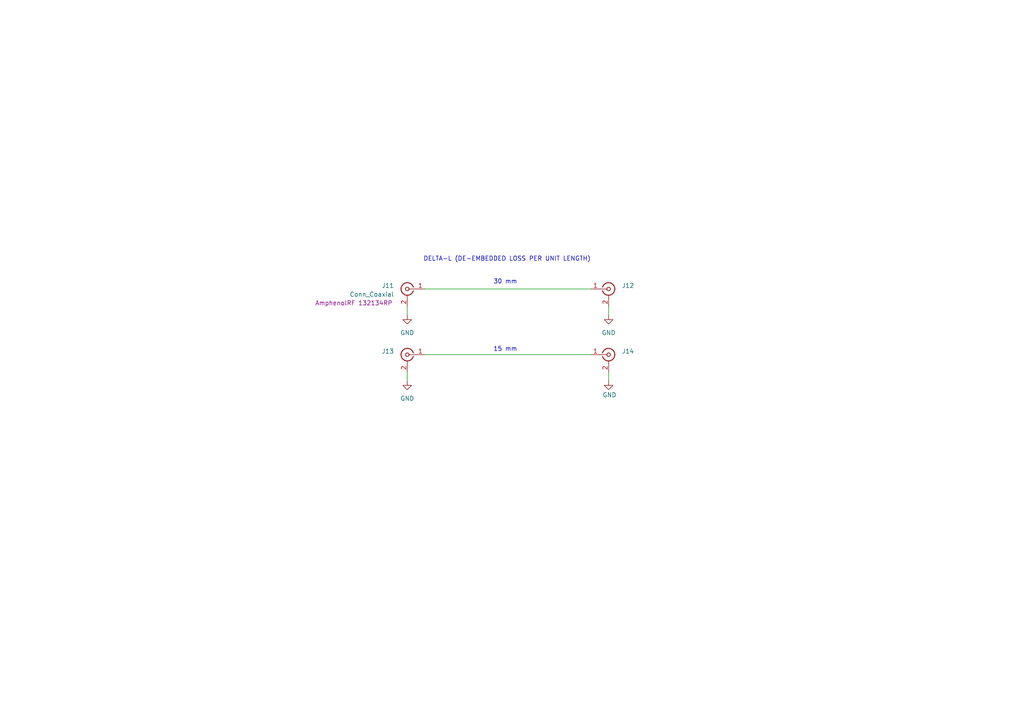
<source format=kicad_sch>
(kicad_sch (version 20250114) (generator "eeschema") (generator_version "9.0")
  (paper "A4")
  (title_block (title "\"Key\" - TL Characterization Test Board") (date "2026-02-01") (rev "B") (company "GHM") (comment 1 "Vendor: JLC PCB, Stackup JLC04161H-7628, $7") (comment 2 "Standard PCB process. 50R impedance control."))
  (lib_symbols
    (symbol "Connector:Conn_Coaxial" (pin_names (offset 1.016) (hide yes))
      (property "Reference" "J" (at 0.254 3.048 0))
      (property "Value" "Conn_Coaxial" (at 2.921 0 90))
      (symbol "Conn_Coaxial_0_1"
        (polyline (pts (xy -2.54 0) (xy -0.508 0)))
        (arc (start 1.778 0) (mid 0.222 -1.8079) (end -1.778 -0.508) (stroke (width 0.254)))
        (arc (start -1.778 0.508) (mid 0.2221 1.8084) (end 1.778 0) (stroke (width 0.254)))
        (circle (center 0 0) (radius 0.508) (stroke (width 0.2032)))
        (polyline (pts (xy 0 -2.54) (xy 0 -1.778)))
      )
      (symbol "Conn_Coaxial_1_1"
        (pin passive line (at -5.08 0 0) (length 2.54) (name "In") (number "1"))
        (pin passive line (at 0 -5.08 90) (length 2.54) (name "Ext") (number "2"))
      )
    )
    (symbol "power:GND" (power) (pin_numbers (hide yes)) (pin_names (offset 0) (hide yes))
      (property "Value" "GND" (at 0 -3.81 0))
      (symbol "GND_0_1"
        (polyline (pts (xy 0 0) (xy 0 -1.27) (xy 1.27 -1.27) (xy 0 -2.54) (xy -1.27 -1.27) (xy 0 -1.27)))
      )
      (symbol "GND_1_1"
        (pin power_in line (at 0 0 270) (length 0) (name "~") (number "1"))
      )
    )
  )
  (text "15 mm" (at 146.558 101.346 0) (effects (font (size 1.27 1.27))))
  (text "30 mm" (at 146.558 81.788 0) (effects (font (size 1.27 1.27))))
  (text "DELTA-L (DE-EMBEDDED LOSS PER UNIT LENGTH)" (at 147.066 75.184 0) (effects (font (size 1.27 1.27))))
  (wire (pts (xy 176.53 107.95) (xy 176.53 110.49)))
  (wire (pts (xy 123.19 102.87) (xy 171.45 102.87)))
  (wire (pts (xy 176.53 88.9) (xy 176.53 91.44)))
  (wire (pts (xy 123.19 83.82) (xy 171.45 83.82)))
  (wire (pts (xy 118.11 88.9) (xy 118.11 91.44)))
  (wire (pts (xy 118.11 107.95) (xy 118.11 110.49)))
  (symbol (lib_id "power:GND") (at 118.11 91.44 0) (unit 1)
    (property "Reference" "#PWR017" (effects (hide yes)))
    (property "Value" "GND" (at 118.11 96.52 0))
    (property "Description" "Power symbol creates a global label with name \"GND\" , ground" (effects (hide yes)))
  )
  (symbol (lib_id "Connector:Conn_Coaxial") (at 118.11 83.82 0) (mirror y) (unit 1) (exclude_from_sim yes)
    (property "Reference" "J11" (at 114.3 82.8431 0) (effects (justify left)))
    (property "Value" "Conn_Coaxial" (at 114.3 85.3831 0) (effects (justify left)))
    (property "Footprint" "Library:SMA" (effects (hide yes)))
    (property "Datasheet" "https://www.digikey.com/en/products/detail/amphenol-rf/132134RP/1011908" (effects (hide yes)))
    (property "Description" "AmphenolRF 132134RP" (at 102.616 87.884 0))
  )
  (symbol (lib_id "Connector:Conn_Coaxial") (at 176.53 83.82 0) (unit 1) (exclude_from_sim yes)
    (property "Reference" "J12" (at 180.34 82.8431 0) (effects (justify left)))
    (property "Value" "Conn_Coaxial" (effects (hide yes)))
    (property "Footprint" "Library:SMA" (effects (hide yes)))
    (property "Datasheet" "https://www.digikey.com/en/products/detail/amphenol-rf/132134RP/1011908" (effects (hide yes)))
    (property "Description" "AmphenolRF 132134RP" (effects (hide yes)))
  )
  (symbol (lib_id "power:GND") (at 176.53 110.49 0) (mirror y) (unit 1)
    (property "Reference" "#PWR020" (effects (hide yes)))
    (property "Value" "GND" (at 176.784 114.554 0))
    (property "Description" "Power symbol creates a global label with name \"GND\" , ground" (effects (hide yes)))
  )
  (symbol (lib_id "power:GND") (at 176.53 91.44 0) (mirror y) (unit 1)
    (property "Reference" "#PWR018" (effects (hide yes)))
    (property "Value" "GND" (at 176.53 96.52 0))
    (property "Description" "Power symbol creates a global label with name \"GND\" , ground" (effects (hide yes)))
  )
  (symbol (lib_id "power:GND") (at 118.11 110.49 0) (unit 1)
    (property "Reference" "#PWR019" (effects (hide yes)))
    (property "Value" "GND" (at 118.11 115.57 0))
    (property "Description" "Power symbol creates a global label with name \"GND\" , ground" (effects (hide yes)))
  )
  (symbol (lib_id "Connector:Conn_Coaxial") (at 176.53 102.87 0) (unit 1) (exclude_from_sim yes)
    (property "Reference" "J14" (at 180.34 101.8931 0) (effects (justify left)))
    (property "Value" "Conn_Coaxial" (effects (hide yes)))
    (property "Footprint" "Library:SMA" (effects (hide yes)))
    (property "Datasheet" "https://www.digikey.com/en/products/detail/amphenol-rf/132134RP/1011908" (effects (hide yes)))
    (property "Description" "AmphenolRF 132134RP" (effects (hide yes)))
  )
  (symbol (lib_id "Connector:Conn_Coaxial") (at 118.11 102.87 0) (mirror y) (unit 1) (exclude_from_sim yes)
    (property "Reference" "J13" (at 114.3 101.8931 0) (effects (justify left)))
    (property "Value" "Conn_Coaxial" (effects (hide yes)))
    (property "Footprint" "Library:SMA" (effects (hide yes)))
    (property "Datasheet" "https://www.digikey.com/en/products/detail/amphenol-rf/132134RP/1011908" (effects (hide yes)))
    (property "Description" "AmphenolRF 132134RP" (effects (hide yes)))
  )
)
</source>
